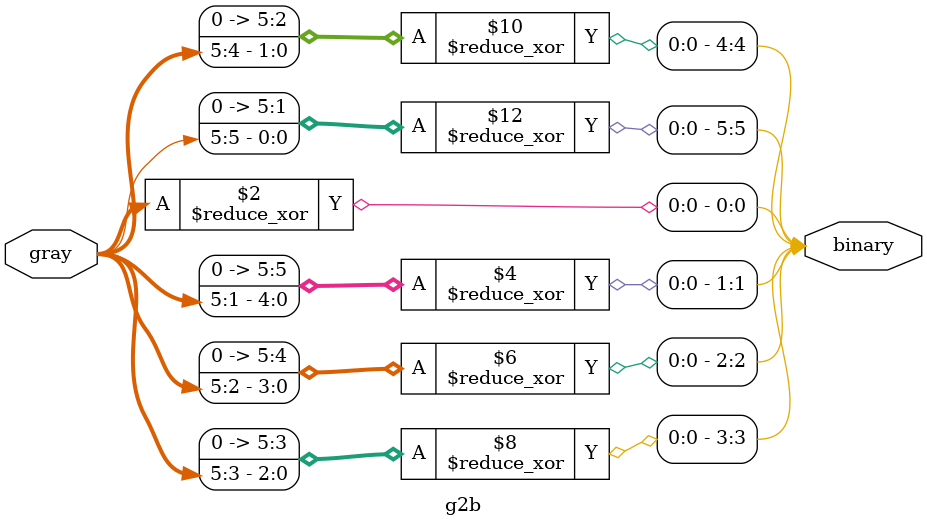
<source format=v>

module g2b #(parameter W = 4) (input [W+1:0] gray,output [W+1:0] binary);

genvar i;
generate 
	for(i=0;i<=W+1;i=i+1)
	begin
		assign binary[i] = ^ (gray >> i);
	end	
	endgenerate 
endmodule

/*
module g2b #(parameter WIDTH = 4) (
    input  [WIDTH+1:0] gray,
    output reg [WIDTH+1:0] binary
);

    integer W = WIDTH+1;
    integer i;
    always @(*) begin
        binary[WIDTH+1] = gray[WIDTH+1]; // MSB remains the same
        for (i = W-2; i >= 0; i = i - 1) begin
            binary[i] = binary[i+1] ^ gray[i];
        end
    end

endmodule
*/


</source>
